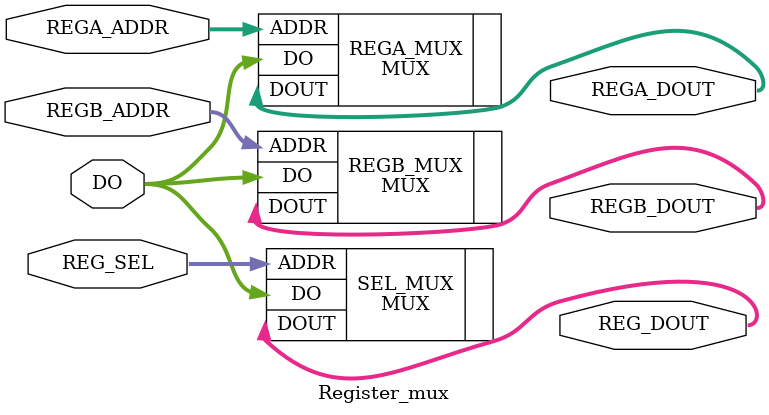
<source format=v>
/****************************************************************************************

	File name    : Register_mux
	LastEditors  : H
	LastEditTime : 2021-09-26 15:23:33
	Last Version : 1.0
	Description  : 
	
	----------------------------------------------------------------------------------------
	
	Author       : H
	Date         : 2021-09-26 15:23:32
	FilePath     : \MIPS_32_bit\rtl\Register_mux.v
	Copyright 2021 H, All Rights Reserved. 

****************************************************************************************/
module Register_mux (
    input   [4:0]       REGA_ADDR,
    input   [4:0]       REGB_ADDR,
    input   [4:0]       REG_SEL,
    input   [31:0]      DO,

    output   [31:0]  REGA_DOUT,
    output   [31:0]  REGB_DOUT,
    output   [31:0]  REG_DOUT
);
    MUX REGA_MUX
    (
        .ADDR(REGA_ADDR),
        .DO(DO),
        .DOUT(REGA_DOUT)
    );

    MUX REGB_MUX
    (
        .ADDR(REGB_ADDR),
        .DO(DO),
        .DOUT(REGB_DOUT)
    );

    MUX SEL_MUX
    (
        .ADDR(REG_SEL),
        .DO(DO),
        .DOUT(REG_DOUT)
    );
endmodule
</source>
